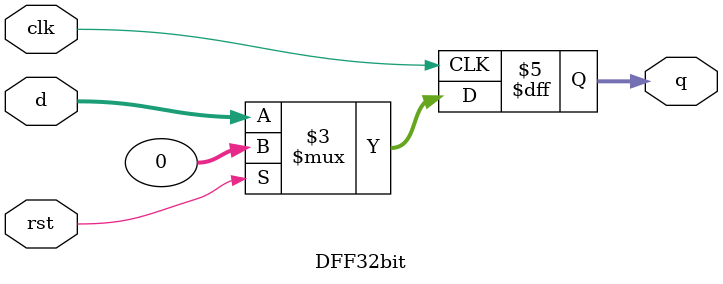
<source format=sv>
module DFF32bit (
	input logic clk, rst, 
	input logic [31:0] d,
	output logic [31:0] q
);

	always_ff @ (posedge clk) begin
		if (rst)
			q <= 32'b0;
		else
			q <= d;
	end
	
endmodule
</source>
